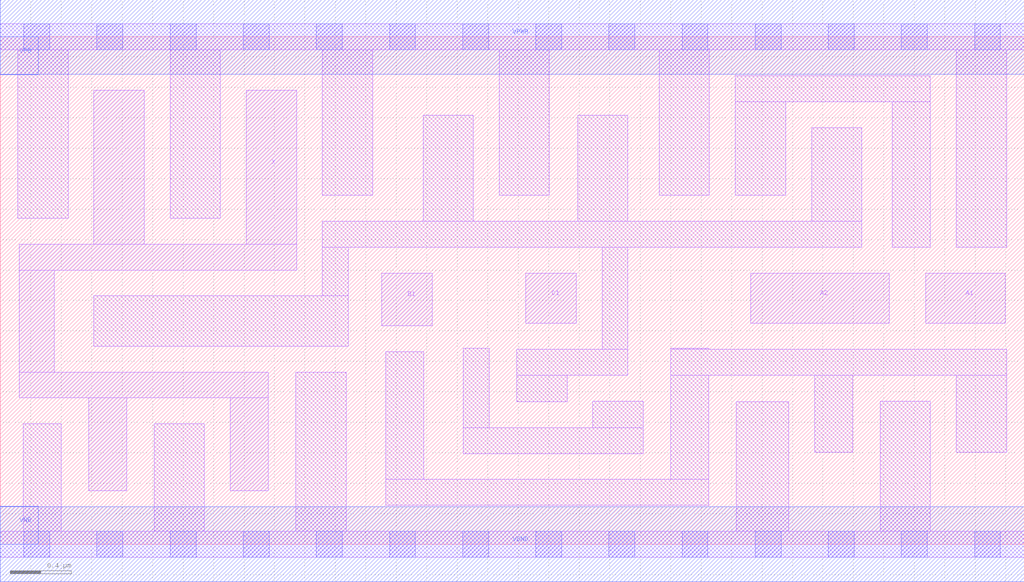
<source format=lef>
# Copyright 2020 The SkyWater PDK Authors
#
# Licensed under the Apache License, Version 2.0 (the "License");
# you may not use this file except in compliance with the License.
# You may obtain a copy of the License at
#
#     https://www.apache.org/licenses/LICENSE-2.0
#
# Unless required by applicable law or agreed to in writing, software
# distributed under the License is distributed on an "AS IS" BASIS,
# WITHOUT WARRANTIES OR CONDITIONS OF ANY KIND, either express or implied.
# See the License for the specific language governing permissions and
# limitations under the License.
#
# SPDX-License-Identifier: Apache-2.0

VERSION 5.5 ;
NAMESCASESENSITIVE ON ;
BUSBITCHARS "[]" ;
DIVIDERCHAR "/" ;
MACRO sky130_fd_sc_ms__o211a_4
  CLASS CORE ;
  SOURCE USER ;
  ORIGIN  0.000000  0.000000 ;
  SIZE  6.720000 BY  3.330000 ;
  SYMMETRY X Y ;
  SITE unit ;
  PIN A1
    ANTENNAGATEAREA  0.492000 ;
    DIRECTION INPUT ;
    USE SIGNAL ;
    PORT
      LAYER li1 ;
        RECT 6.075000 1.450000 6.595000 1.780000 ;
    END
  END A1
  PIN A2
    ANTENNAGATEAREA  0.492000 ;
    DIRECTION INPUT ;
    USE SIGNAL ;
    PORT
      LAYER li1 ;
        RECT 4.925000 1.450000 5.835000 1.780000 ;
    END
  END A2
  PIN B1
    ANTENNAGATEAREA  0.444000 ;
    DIRECTION INPUT ;
    USE SIGNAL ;
    PORT
      LAYER li1 ;
        RECT 2.505000 1.435000 2.835000 1.780000 ;
    END
  END B1
  PIN C1
    ANTENNAGATEAREA  0.444000 ;
    DIRECTION INPUT ;
    USE SIGNAL ;
    PORT
      LAYER li1 ;
        RECT 3.450000 1.450000 3.780000 1.780000 ;
    END
  END C1
  PIN X
    ANTENNADIFFAREA  1.086400 ;
    DIRECTION OUTPUT ;
    USE SIGNAL ;
    PORT
      LAYER li1 ;
        RECT 0.125000 0.960000 1.760000 1.130000 ;
        RECT 0.125000 1.130000 0.355000 1.800000 ;
        RECT 0.125000 1.800000 1.945000 1.970000 ;
        RECT 0.580000 0.350000 0.830000 0.960000 ;
        RECT 0.615000 1.970000 0.945000 2.980000 ;
        RECT 1.510000 0.350000 1.760000 0.960000 ;
        RECT 1.615000 1.970000 1.945000 2.980000 ;
    END
  END X
  PIN VGND
    DIRECTION INOUT ;
    USE GROUND ;
    PORT
      LAYER met1 ;
        RECT 0.000000 -0.245000 6.720000 0.245000 ;
    END
  END VGND
  PIN VNB
    DIRECTION INOUT ;
    USE GROUND ;
    PORT
      LAYER met1 ;
        RECT 0.000000 0.000000 0.250000 0.250000 ;
    END
  END VNB
  PIN VPB
    DIRECTION INOUT ;
    USE POWER ;
    PORT
      LAYER met1 ;
        RECT 0.000000 3.080000 0.250000 3.330000 ;
    END
  END VPB
  PIN VPWR
    DIRECTION INOUT ;
    USE POWER ;
    PORT
      LAYER met1 ;
        RECT 0.000000 3.085000 6.720000 3.575000 ;
    END
  END VPWR
  OBS
    LAYER li1 ;
      RECT 0.000000 -0.085000 6.720000 0.085000 ;
      RECT 0.000000  3.245000 6.720000 3.415000 ;
      RECT 0.115000  2.140000 0.445000 3.245000 ;
      RECT 0.150000  0.085000 0.400000 0.790000 ;
      RECT 0.615000  1.300000 2.285000 1.630000 ;
      RECT 1.010000  0.085000 1.340000 0.790000 ;
      RECT 1.115000  2.140000 1.445000 3.245000 ;
      RECT 1.940000  0.085000 2.270000 1.130000 ;
      RECT 2.115000  1.630000 2.285000 1.950000 ;
      RECT 2.115000  1.950000 5.655000 2.120000 ;
      RECT 2.115000  2.290000 2.445000 3.245000 ;
      RECT 2.530000  0.255000 4.650000 0.425000 ;
      RECT 2.530000  0.425000 2.780000 1.265000 ;
      RECT 2.775000  2.120000 3.105000 2.815000 ;
      RECT 3.040000  0.595000 4.220000 0.765000 ;
      RECT 3.040000  0.765000 3.210000 1.285000 ;
      RECT 3.275000  2.290000 3.605000 3.245000 ;
      RECT 3.390000  0.935000 3.720000 1.110000 ;
      RECT 3.390000  1.110000 4.120000 1.280000 ;
      RECT 3.790000  2.120000 4.120000 2.815000 ;
      RECT 3.890000  0.765000 4.220000 0.940000 ;
      RECT 3.950000  1.280000 4.120000 1.950000 ;
      RECT 4.325000  2.290000 4.655000 3.245000 ;
      RECT 4.400000  0.425000 4.650000 1.110000 ;
      RECT 4.400000  1.110000 6.605000 1.280000 ;
      RECT 4.400000  1.280000 4.650000 1.285000 ;
      RECT 4.825000  2.290000 5.155000 2.905000 ;
      RECT 4.825000  2.905000 6.105000 3.075000 ;
      RECT 4.830000  0.085000 5.175000 0.935000 ;
      RECT 5.325000  2.120000 5.655000 2.735000 ;
      RECT 5.345000  0.605000 5.595000 1.110000 ;
      RECT 5.775000  0.085000 6.105000 0.940000 ;
      RECT 5.855000  1.950000 6.105000 2.905000 ;
      RECT 6.275000  0.605000 6.605000 1.110000 ;
      RECT 6.275000  1.950000 6.605000 3.245000 ;
    LAYER mcon ;
      RECT 0.155000 -0.085000 0.325000 0.085000 ;
      RECT 0.155000  3.245000 0.325000 3.415000 ;
      RECT 0.635000 -0.085000 0.805000 0.085000 ;
      RECT 0.635000  3.245000 0.805000 3.415000 ;
      RECT 1.115000 -0.085000 1.285000 0.085000 ;
      RECT 1.115000  3.245000 1.285000 3.415000 ;
      RECT 1.595000 -0.085000 1.765000 0.085000 ;
      RECT 1.595000  3.245000 1.765000 3.415000 ;
      RECT 2.075000 -0.085000 2.245000 0.085000 ;
      RECT 2.075000  3.245000 2.245000 3.415000 ;
      RECT 2.555000 -0.085000 2.725000 0.085000 ;
      RECT 2.555000  3.245000 2.725000 3.415000 ;
      RECT 3.035000 -0.085000 3.205000 0.085000 ;
      RECT 3.035000  3.245000 3.205000 3.415000 ;
      RECT 3.515000 -0.085000 3.685000 0.085000 ;
      RECT 3.515000  3.245000 3.685000 3.415000 ;
      RECT 3.995000 -0.085000 4.165000 0.085000 ;
      RECT 3.995000  3.245000 4.165000 3.415000 ;
      RECT 4.475000 -0.085000 4.645000 0.085000 ;
      RECT 4.475000  3.245000 4.645000 3.415000 ;
      RECT 4.955000 -0.085000 5.125000 0.085000 ;
      RECT 4.955000  3.245000 5.125000 3.415000 ;
      RECT 5.435000 -0.085000 5.605000 0.085000 ;
      RECT 5.435000  3.245000 5.605000 3.415000 ;
      RECT 5.915000 -0.085000 6.085000 0.085000 ;
      RECT 5.915000  3.245000 6.085000 3.415000 ;
      RECT 6.395000 -0.085000 6.565000 0.085000 ;
      RECT 6.395000  3.245000 6.565000 3.415000 ;
  END
END sky130_fd_sc_ms__o211a_4

</source>
